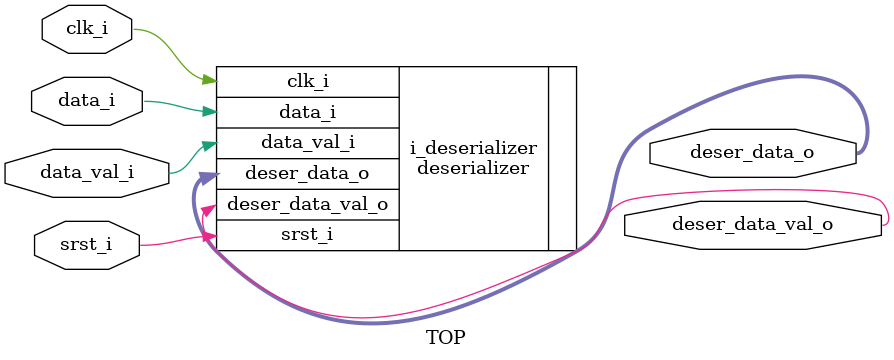
<source format=sv>
module TOP #(
	parameter WIDTH = 16
)(
	input  wire              clk_i,
	input  wire              srst_i,

	input  wire              data_i,
	input  wire              data_val_i,

	output logic [WIDTH-1:0] deser_data_o,
	output logic             deser_data_val_o
);


deserializer #(
	.WIDTH             ( WIDTH             )
) i_deserializer (
	.clk_i             ( clk_i             ),
	.srst_i            ( srst_i            ),

	.data_i            ( data_i            ),
	.data_val_i        ( data_val_i        ),

	.deser_data_o      ( deser_data_o      ),
	.deser_data_val_o  ( deser_data_val_o  )
);


endmodule

</source>
